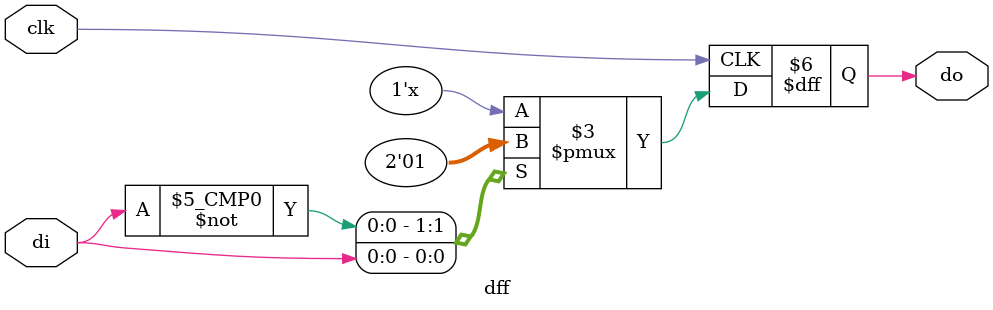
<source format=sv>
module dff(do,di,clk); // Behavioral D Flip-Flop
output do;
input di,clk;
reg do; // Output must be reg for procedural assignment
initial
do=1'b0; // Initialize output
// Assign input 'di' to output 'do' on negative clock edge
always@(negedge clk)
begin
	case (di)
		3'b000 : do = 1'b0;
		3'b001 : do = 1'b1;
		3'b010 : do = 1'b1;
		3'b011 : do = 1'b1;
		3'b100 : do = 1'b0;
		3'b101 : do = 1'b1;
		3'b110 : do = 1'b1;
		3'b111 : do = 1'b1;
		default : do = 1'bX;
	endcase
end
endmodule
</source>
